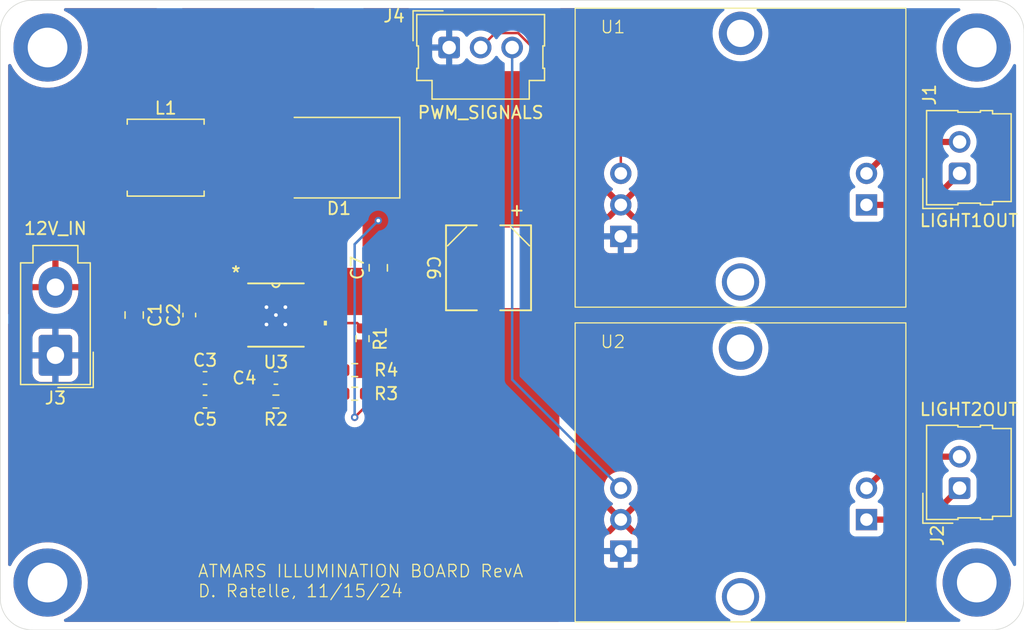
<source format=kicad_pcb>
(kicad_pcb (version 20240108) (generator "pcbnew") (generator_version "8.0")
  (layers (0 "F.Cu" signal) (31 "B.Cu" signal) (34 "B.Paste" user) (35 "F.Paste" user) (36 "B.SilkS" user "B.Silkscreen") (37 "F.SilkS" user "F.Silkscreen") (38 "B.Mask" user) (39 "F.Mask" user) (44 "Edge.Cuts" user))
  (net 0 "")
  (net 1 "GND")
  (net 2 "12V")
  (net 3 "15V")
  (net 4 "Net-(U3-SS)")
  (net 5 "Net-(U3-COMP)")
  (net 6 "Net-(D1-A)")
  (net 7 "L1_MINUS")
  (net 8 "L1_PLUS")
  (net 9 "L2_MINUS")
  (net 10 "L2_PLUS")
  (net 11 "L2_PWM")
  (net 12 "L1_PWM")
  (net 13 "Net-(U3-FB)")
  (net 14 "Net-(U3-FREQ)")
  (net 15 "Net-(C5-Pad1)")
  (footprint "MountingHole:MountingHole_3.2mm_M3_ISO14580_Pad" (layer "F.Cu") (at 29.21 29.21)
    (property "Reference" "REF**" (hide yes))
    (property "Value" "MountingHole_3.2mm_M3_ISO14580_Pad" (hide yes))
    (pad "1" thru_hole circle (at 0 0) (size 5.5 5.5) (drill 3.2) (layers "*.Cu" "*.Mask"))
  )
  (footprint "Diode_SMD:D_SMC" (layer "F.Cu") (at 52.705 38.1 180)
    (property "Reference" "D1" (at 0 -4.1 0) (layer "F.SilkS"))
    (property "Value" "550mV, 5A")
    (fp_line (start -4.91 3.25) (end 3.6 3.25) (stroke (width 0.12)) (layer "F.SilkS"))
    (fp_line (start -4.91 3.25) (end -4.91 -3.25) (stroke (width 0.12)) (layer "F.SilkS"))
    (fp_line (start -4.91 -3.25) (end 3.6 -3.25) (stroke (width 0.12)) (layer "F.SilkS"))
    (pad "1" smd roundrect (at -3.4 0 270) (size 3.3 2.5) (layers "F.Cu" "F.Paste" "F.Mask") (roundrect_rratio 0.1) (net 3 "15V"))
    (pad "2" smd roundrect (at 3.4 0 270) (size 3.3 2.5) (layers "F.Cu" "F.Paste" "F.Mask") (roundrect_rratio 0.1) (net 6 "Net-(D1-A)"))
  )
  (footprint "MountingHole:MountingHole_3.2mm_M3_ISO14580_Pad" (layer "F.Cu") (at 104.14 72.39)
    (property "Reference" "REF**" (hide yes))
    (property "Value" "MountingHole_3.2mm_M3_ISO14580_Pad" (hide yes))
    (pad "1" thru_hole circle (at 0 0) (size 5.5 5.5) (drill 3.2) (layers "*.Cu" "*.Mask"))
  )
  (footprint "ATMARS_ILLUMINATION:DWE_DRIVER" (layer "F.Cu") (at 85.09 63.5)
    (property "Reference" "U2" (at -10.287 -10.541 0) (layer "F.SilkS") (effects (font (thickness 0.1))))
    (property "Value" "~")
    (fp_rect (start -13.335 -12.065) (end 13.335 12.065) (stroke (width 0.1)) (fill none) (layer "F.SilkS"))
    (pad "" np_thru_hole circle (at 0 -10.033) (size 3.5 3.5) (drill 2.2) (layers "F&B.Cu" "*.Mask"))
    (pad "" np_thru_hole circle (at 0 10.033) (size 3 3) (drill 2.2) (layers "F&B.Cu" "*.Mask"))
    (pad "1" thru_hole rect (at -9.652 6.35) (size 1.716 1.716) (drill 1.016) (layers "*.Cu" "*.Mask") (net 1 "GND"))
    (pad "2" thru_hole circle (at -9.652 3.81) (size 1.716 1.716) (drill 1.016) (layers "*.Cu" "*.Mask") (net 3 "15V"))
    (pad "3" thru_hole circle (at -9.652 1.27) (size 1.716 1.716) (drill 1.016) (layers "*.Cu" "*.Mask") (net 11 "L2_PWM"))
    (pad "4" thru_hole circle (at 10.16 1.27) (size 1.716 1.716) (drill 1.016) (layers "*.Cu" "*.Mask") (net 10 "L2_PLUS"))
    (pad "5" thru_hole rect (at 10.16 3.81) (size 1.716 1.716) (drill 1.016) (layers "*.Cu" "*.Mask") (net 9 "L2_MINUS"))
  )
  (footprint "Capacitor_SMD:C_0805_2012Metric" (layer "F.Cu") (at 36.195 50.8 -90)
    (property "Reference" "C1" (at 0 -1.68 90) (layer "F.SilkS"))
    (property "Value" "10uF, 25V")
    (fp_line (start -0.261252 0.735) (end 0.261252 0.735) (stroke (width 0.12)) (layer "F.SilkS"))
    (fp_line (start -0.261252 -0.735) (end 0.261252 -0.735) (stroke (width 0.12)) (layer "F.SilkS"))
    (pad "1" smd roundrect (at -0.95 0 270) (size 1 1.45) (layers "F.Cu" "F.Paste" "F.Mask") (net 2 "12V"))
    (pad "2" smd roundrect (at 0.95 0 270) (size 1 1.45) (layers "F.Cu" "F.Paste" "F.Mask") (net 1 "GND"))
  )
  (footprint "Connector_Molex:Molex_SL_171971-0002_1x02_P2.54mm_Vertical" (layer "F.Cu") (at 102.755 64.77 90)
    (property "Reference" "J2" (at -3.81 -1.79 90) (layer "F.SilkS"))
    (property "Value" "LIGHT2OUT" (at 6.35 0.75 180) (layer "F.SilkS"))
    (fp_line (start -2.83 -2.96) (end -0.42 -2.96) (stroke (width 0.12)) (layer "F.SilkS"))
    (fp_line (start 5.07 -2.66) (end -2.53 -2.66) (stroke (width 0.12)) (layer "F.SilkS"))
    (fp_line (start -2.53 -2.66) (end -2.53 -0.13) (stroke (width 0.12)) (layer "F.SilkS"))
    (fp_line (start -2.83 -0.55) (end -2.83 -2.96) (stroke (width 0.12)) (layer "F.SilkS"))
    (fp_line (start 5.07 -0.13) (end 5.07 -2.66) (stroke (width 0.12)) (layer "F.SilkS"))
    (fp_line (start 4.94 -0.13) (end 5.07 -0.13) (stroke (width 0.12)) (layer "F.SilkS"))
    (fp_line (start -2.4 -0.13) (end -2.4 1.68) (stroke (width 0.12)) (layer "F.SilkS"))
    (fp_line (start -2.53 -0.13) (end -2.4 -0.13) (stroke (width 0.12)) (layer "F.SilkS"))
    (fp_line (start 5.07 1.68) (end 4.94 1.68) (stroke (width 0.12)) (layer "F.SilkS"))
    (fp_line (start 4.94 1.68) (end 4.94 -0.13) (stroke (width 0.12)) (layer "F.SilkS"))
    (fp_line (start -2.4 1.68) (end -2.53 1.68) (stroke (width 0.12)) (layer "F.SilkS"))
    (fp_line (start -2.53 1.68) (end -2.53 2.66) (stroke (width 0.12)) (layer "F.SilkS"))
    (fp_line (start 5.07 2.66) (end 5.07 1.68) (stroke (width 0.12)) (layer "F.SilkS"))
    (fp_line (start 4.81 2.66) (end 5.07 2.66) (stroke (width 0.12)) (layer "F.SilkS"))
    (fp_line (start -2.27 2.66) (end -2.27 4.16) (stroke (width 0.12)) (layer "F.SilkS"))
    (fp_line (start -2.53 2.66) (end -2.27 2.66) (stroke (width 0.12)) (layer "F.SilkS"))
    (fp_line (start 4.81 4.16) (end 4.81 2.66) (stroke (width 0.12)) (layer "F.SilkS"))
    (fp_line (start -2.27 4.16) (end 4.81 4.16) (stroke (width 0.12)) (layer "F.SilkS"))
    (pad "1" thru_hole roundrect (at 0 0 90) (size 1.74 1.74) (drill 1.09) (layers "*.Cu" "*.Mask") (roundrect_rratio 0.143678) (net 9 "L2_MINUS"))
    (pad "2" thru_hole circle (at 2.54 0 90) (size 1.74 1.74) (drill 1.09) (layers "*.Cu" "*.Mask") (net 10 "L2_PLUS"))
  )
  (footprint "Resistor_SMD:R_0603_1608Metric" (layer "F.Cu") (at 53.975 57.15)
    (property "Reference" "R3" (at 2.54 0 0) (layer "F.SilkS"))
    (property "Value" "113k")
    (fp_line (start -0.237258 -0.5225) (end 0.237258 -0.5225) (stroke (width 0.12)) (layer "F.SilkS"))
    (fp_line (start -0.237258 0.5225) (end 0.237258 0.5225) (stroke (width 0.12)) (layer "F.SilkS"))
    (pad "1" smd roundrect (at -0.825 0) (size 0.8 0.95) (layers "F.Cu" "F.Paste" "F.Mask") (net 13 "Net-(U3-FB)"))
    (pad "2" smd roundrect (at 0.825 0) (size 0.8 0.95) (layers "F.Cu" "F.Paste" "F.Mask") (net 3 "15V"))
  )
  (footprint "Capacitor_SMD:C_0603_1608Metric" (layer "F.Cu") (at 41.91 55.88)
    (property "Reference" "C3" (at 0 -1.43 0) (layer "F.SilkS"))
    (property "Value" "47nF")
    (fp_line (start -0.14058 -0.51) (end 0.14058 -0.51) (stroke (width 0.12)) (layer "F.SilkS"))
    (fp_line (start -0.14058 0.51) (end 0.14058 0.51) (stroke (width 0.12)) (layer "F.SilkS"))
    (pad "1" smd roundrect (at -0.775 0) (size 0.9 0.95) (layers "F.Cu" "F.Paste" "F.Mask") (net 1 "GND"))
    (pad "2" smd roundrect (at 0.775 0) (size 0.9 0.95) (layers "F.Cu" "F.Paste" "F.Mask") (net 4 "Net-(U3-SS)"))
  )
  (footprint "MountingHole:MountingHole_3.2mm_M3_ISO14580_Pad" (layer "F.Cu") (at 104.14 29.21)
    (property "Reference" "REF**" (hide yes))
    (property "Value" "MountingHole_3.2mm_M3_ISO14580_Pad" (hide yes))
    (pad "1" thru_hole circle (at 0 0) (size 5.5 5.5) (drill 3.2) (layers "*.Cu" "*.Mask"))
  )
  (footprint "Capacitor_SMD:C_0603_1608Metric" (layer "F.Cu") (at 47.625 55.88 180)
    (property "Reference" "C4" (at 2.54 0 0) (layer "F.SilkS"))
    (property "Value" "1.5nF")
    (fp_line (start -0.14058 0.51) (end 0.14058 0.51) (stroke (width 0.12)) (layer "F.SilkS"))
    (fp_line (start -0.14058 -0.51) (end 0.14058 -0.51) (stroke (width 0.12)) (layer "F.SilkS"))
    (pad "1" smd roundrect (at -0.775 0 180) (size 0.9 0.95) (layers "F.Cu" "F.Paste" "F.Mask") (net 5 "Net-(U3-COMP)"))
    (pad "2" smd roundrect (at 0.775 0 180) (size 0.9 0.95) (layers "F.Cu" "F.Paste" "F.Mask") (net 1 "GND"))
  )
  (footprint "Capacitor_SMD:C_0603_1608Metric" (layer "F.Cu") (at 40.64 50.8 -90)
    (property "Reference" "C2" (at 0 1.27 90) (layer "F.SilkS"))
    (property "Value" "100nF, 25V")
    (fp_line (start -0.14058 0.51) (end 0.14058 0.51) (stroke (width 0.12)) (layer "F.SilkS"))
    (fp_line (start -0.14058 -0.51) (end 0.14058 -0.51) (stroke (width 0.12)) (layer "F.SilkS"))
    (pad "1" smd roundrect (at -0.775 0 270) (size 0.9 0.95) (layers "F.Cu" "F.Paste" "F.Mask") (net 2 "12V"))
    (pad "2" smd roundrect (at 0.775 0 270) (size 0.9 0.95) (layers "F.Cu" "F.Paste" "F.Mask") (net 1 "GND"))
  )
  (footprint "Resistor_SMD:R_0603_1608Metric" (layer "F.Cu") (at 53.975 55.245 180)
    (property "Reference" "R4" (at -2.54 0 0) (layer "F.SilkS"))
    (property "Value" "10k")
    (fp_line (start -0.237258 0.5225) (end 0.237258 0.5225) (stroke (width 0.12)) (layer "F.SilkS"))
    (fp_line (start -0.237258 -0.5225) (end 0.237258 -0.5225) (stroke (width 0.12)) (layer "F.SilkS"))
    (pad "1" smd roundrect (at -0.825 0 180) (size 0.8 0.95) (layers "F.Cu" "F.Paste" "F.Mask") (net 1 "GND"))
    (pad "2" smd roundrect (at 0.825 0 180) (size 0.8 0.95) (layers "F.Cu" "F.Paste" "F.Mask") (net 13 "Net-(U3-FB)"))
  )
  (footprint "Connector_Molex:Molex_Mini-Fit_Jr_5566-02A_2x01_P4.20mm_Vertical" (layer "F.Cu") (at 29.845 54.05 180)
    (property "Reference" "J3" (at 0 -3.45 0) (layer "F.SilkS"))
    (property "Value" "12V_IN" (at 0 10.235 0) (layer "F.SilkS"))
    (fp_line (start 2.81 7.46) (end 1.81 7.46) (stroke (width 0.12)) (layer "F.SilkS"))
    (fp_line (start 2.81 -2.36) (end 2.81 7.46) (stroke (width 0.12)) (layer "F.SilkS"))
    (fp_line (start 1.81 8.86) (end 0 8.86) (stroke (width 0.12)) (layer "F.SilkS"))
    (fp_line (start 1.81 7.46) (end 1.81 8.86) (stroke (width 0.12)) (layer "F.SilkS"))
    (fp_line (start 0 -2.36) (end 2.81 -2.36) (stroke (width 0.12)) (layer "F.SilkS"))
    (fp_line (start 0 -2.36) (end -2.81 -2.36) (stroke (width 0.12)) (layer "F.SilkS"))
    (fp_line (start -0.2 -2.6) (end -3.05 -2.6) (stroke (width 0.12)) (layer "F.SilkS"))
    (fp_line (start -1.81 8.86) (end 0 8.86) (stroke (width 0.12)) (layer "F.SilkS"))
    (fp_line (start -1.81 7.46) (end -1.81 8.86) (stroke (width 0.12)) (layer "F.SilkS"))
    (fp_line (start -2.81 7.46) (end -1.81 7.46) (stroke (width 0.12)) (layer "F.SilkS"))
    (fp_line (start -2.81 -2.36) (end -2.81 7.46) (stroke (width 0.12)) (layer "F.SilkS"))
    (fp_line (start -3.05 -2.6) (end -3.05 0.25) (stroke (width 0.12)) (layer "F.SilkS"))
    (pad "1" thru_hole roundrect (at 0 0 180) (size 2.7 3.3) (drill 1.4) (layers "*.Cu" "*.Mask") (roundrect_rratio 0.092593) (net 1 "GND"))
    (pad "2" thru_hole oval (at 0 5.5 180) (size 2.7 3.3) (drill 1.4) (layers "*.Cu" "*.Mask") (net 2 "12V"))
  )
  (footprint "Inductor_SMD:L_TDK_VLS6045EX_VLS6045AF" (layer "F.Cu") (at 38.735 38.1)
    (property "Reference" "L1" (at 0 -4 0) (layer "F.SilkS"))
    (property "Value" "3.3uH")
    (fp_line (start -3.1 -3.1) (end -3.1 -2.7) (stroke (width 0.12)) (layer "F.SilkS"))
    (fp_line (start -3.1 -3.1) (end 3.1 -3.1) (stroke (width 0.12)) (layer "F.SilkS"))
    (fp_line (start -3.1 3.1) (end -3.1 2.7) (stroke (width 0.12)) (layer "F.SilkS"))
    (fp_line (start -3.1 3.1) (end 3.1 3.1) (stroke (width 0.12)) (layer "F.SilkS"))
    (fp_line (start 3.1 -3.1) (end 3.1 -2.7) (stroke (width 0.12)) (layer "F.SilkS"))
    (fp_line (start 3.1 3.1) (end 3.1 2.7) (stroke (width 0.12)) (layer "F.SilkS"))
    (pad "1" smd roundrect (at -2.1 0) (size 1.9 5.1) (layers "F.Cu" "F.Paste" "F.Mask") (net 2 "12V"))
    (pad "2" smd roundrect (at 2.1 0) (size 1.9 5.1) (layers "F.Cu" "F.Paste" "F.Mask") (net 6 "Net-(D1-A)"))
  )
  (footprint "Resistor_SMD:R_0603_1608Metric" (layer "F.Cu") (at 54.61 52.705 -90)
    (property "Reference" "R1" (at 0 -1.43 90) (layer "F.SilkS"))
    (property "Value" "60.4k")
    (fp_line (start -0.237258 0.5225) (end 0.237258 0.5225) (stroke (width 0.12)) (layer "F.SilkS"))
    (fp_line (start -0.237258 -0.5225) (end 0.237258 -0.5225) (stroke (width 0.12)) (layer "F.SilkS"))
    (pad "1" smd roundrect (at -0.825 0 270) (size 0.8 0.95) (layers "F.Cu" "F.Paste" "F.Mask") (net 14 "Net-(U3-FREQ)"))
    (pad "2" smd roundrect (at 0.825 0 270) (size 0.8 0.95) (layers "F.Cu" "F.Paste" "F.Mask") (net 1 "GND"))
  )
  (footprint "MountingHole:MountingHole_3.2mm_M3_ISO14580_Pad" (layer "F.Cu") (at 29.21 72.39)
    (property "Reference" "REF**" (hide yes))
    (property "Value" "MountingHole_3.2mm_M3_ISO14580_Pad" (hide yes))
    (pad "1" thru_hole circle (at 0 0) (size 5.5 5.5) (drill 3.2) (layers "*.Cu" "*.Mask"))
  )
  (footprint "Capacitor_SMD:C_0805_2012Metric" (layer "F.Cu") (at 55.88 46.99 90)
    (property "Reference" "C7" (at 0 -1.68 90) (layer "F.SilkS"))
    (property "Value" "1uF, 35V")
    (fp_line (start -0.261252 -0.735) (end 0.261252 -0.735) (stroke (width 0.12)) (layer "F.SilkS"))
    (fp_line (start -0.261252 0.735) (end 0.261252 0.735) (stroke (width 0.12)) (layer "F.SilkS"))
    (pad "1" smd roundrect (at -0.95 0 90) (size 1 1.45) (layers "F.Cu" "F.Paste" "F.Mask") (net 1 "GND"))
    (pad "2" smd roundrect (at 0.95 0 90) (size 1 1.45) (layers "F.Cu" "F.Paste" "F.Mask") (net 3 "15V"))
  )
  (footprint "Capacitor_SMD:C_0603_1608Metric" (layer "F.Cu") (at 41.91 57.785 180)
    (property "Reference" "C5" (at 0 -1.43 0) (layer "F.SilkS"))
    (property "Value" "15nF")
    (fp_line (start -0.14058 0.51) (end 0.14058 0.51) (stroke (width 0.12)) (layer "F.SilkS"))
    (fp_line (start -0.14058 -0.51) (end 0.14058 -0.51) (stroke (width 0.12)) (layer "F.SilkS"))
    (pad "1" smd roundrect (at -0.775 0 180) (size 0.9 0.95) (layers "F.Cu" "F.Paste" "F.Mask") (net 15 "Net-(C5-Pad1)"))
    (pad "2" smd roundrect (at 0.775 0 180) (size 0.9 0.95) (layers "F.Cu" "F.Paste" "F.Mask") (net 1 "GND"))
  )
  (footprint "Connector_Molex:Molex_SL_171971-0002_1x02_P2.54mm_Vertical" (layer "F.Cu") (at 102.755 39.37 90)
    (property "Reference" "J1" (at 6.35 -2.425 90) (layer "F.SilkS"))
    (property "Value" "LIGHT1OUT" (at -3.81 0.75 180) (layer "F.SilkS"))
    (fp_line (start -2.83 -2.96) (end -0.42 -2.96) (stroke (width 0.12)) (layer "F.SilkS"))
    (fp_line (start 5.07 -2.66) (end -2.53 -2.66) (stroke (width 0.12)) (layer "F.SilkS"))
    (fp_line (start -2.53 -2.66) (end -2.53 -0.13) (stroke (width 0.12)) (layer "F.SilkS"))
    (fp_line (start -2.83 -0.55) (end -2.83 -2.96) (stroke (width 0.12)) (layer "F.SilkS"))
    (fp_line (start 5.07 -0.13) (end 5.07 -2.66) (stroke (width 0.12)) (layer "F.SilkS"))
    (fp_line (start 4.94 -0.13) (end 5.07 -0.13) (stroke (width 0.12)) (layer "F.SilkS"))
    (fp_line (start -2.4 -0.13) (end -2.4 1.68) (stroke (width 0.12)) (layer "F.SilkS"))
    (fp_line (start -2.53 -0.13) (end -2.4 -0.13) (stroke (width 0.12)) (layer "F.SilkS"))
    (fp_line (start 5.07 1.68) (end 4.94 1.68) (stroke (width 0.12)) (layer "F.SilkS"))
    (fp_line (start 4.94 1.68) (end 4.94 -0.13) (stroke (width 0.12)) (layer "F.SilkS"))
    (fp_line (start -2.4 1.68) (end -2.53 1.68) (stroke (width 0.12)) (layer "F.SilkS"))
    (fp_line (start -2.53 1.68) (end -2.53 2.66) (stroke (width 0.12)) (layer "F.SilkS"))
    (fp_line (start 5.07 2.66) (end 5.07 1.68) (stroke (width 0.12)) (layer "F.SilkS"))
    (fp_line (start 4.81 2.66) (end 5.07 2.66) (stroke (width 0.12)) (layer "F.SilkS"))
    (fp_line (start -2.27 2.66) (end -2.27 4.16) (stroke (width 0.12)) (layer "F.SilkS"))
    (fp_line (start -2.53 2.66) (end -2.27 2.66) (stroke (width 0.12)) (layer "F.SilkS"))
    (fp_line (start 4.81 4.16) (end 4.81 2.66) (stroke (width 0.12)) (layer "F.SilkS"))
    (fp_line (start -2.27 4.16) (end 4.81 4.16) (stroke (width 0.12)) (layer "F.SilkS"))
    (pad "1" thru_hole roundrect (at 0 0 90) (size 1.74 1.74) (drill 1.09) (layers "*.Cu" "*.Mask") (roundrect_rratio 0.143678) (net 7 "L1_MINUS"))
    (pad "2" thru_hole circle (at 2.54 0 90) (size 1.74 1.74) (drill 1.09) (layers "*.Cu" "*.Mask") (net 8 "L1_PLUS"))
  )
  (footprint "Connector_Molex:Molex_SL_171971-0003_1x03_P2.54mm_Vertical" (layer "F.Cu") (at 61.595 29.21)
    (property "Reference" "J4" (at -4.445 -2.54 0) (layer "F.SilkS"))
    (property "Value" "PWM_SIGNALS" (at 2.54 5.25 0) (layer "F.SilkS"))
    (fp_line (start -2.91 -2.96) (end -0.5 -2.96) (stroke (width 0.12)) (layer "F.SilkS"))
    (fp_line (start -2.91 -0.55) (end -2.91 -2.96) (stroke (width 0.12)) (layer "F.SilkS"))
    (fp_line (start -2.61 -2.66) (end -2.61 -0.13) (stroke (width 0.12)) (layer "F.SilkS"))
    (fp_line (start -2.61 -0.13) (end -2.48 -0.13) (stroke (width 0.12)) (layer "F.SilkS"))
    (fp_line (start -2.61 1.68) (end -2.61 2.66) (stroke (width 0.12)) (layer "F.SilkS"))
    (fp_line (start -2.61 2.66) (end -1.38 2.66) (stroke (width 0.12)) (layer "F.SilkS"))
    (fp_line (start -2.48 -0.13) (end -2.48 1.68) (stroke (width 0.12)) (layer "F.SilkS"))
    (fp_line (start -2.48 1.68) (end -2.61 1.68) (stroke (width 0.12)) (layer "F.SilkS"))
    (fp_line (start -1.38 2.66) (end -1.38 4.16) (stroke (width 0.12)) (layer "F.SilkS"))
    (fp_line (start -1.38 4.16) (end 6.46 4.16) (stroke (width 0.12)) (layer "F.SilkS"))
    (fp_line (start 6.46 2.66) (end 7.69 2.66) (stroke (width 0.12)) (layer "F.SilkS"))
    (fp_line (start 6.46 4.16) (end 6.46 2.66) (stroke (width 0.12)) (layer "F.SilkS"))
    (fp_line (start 7.56 -0.13) (end 7.69 -0.13) (stroke (width 0.12)) (layer "F.SilkS"))
    (fp_line (start 7.56 1.68) (end 7.56 -0.13) (stroke (width 0.12)) (layer "F.SilkS"))
    (fp_line (start 7.69 -2.66) (end -2.61 -2.66) (stroke (width 0.12)) (layer "F.SilkS"))
    (fp_line (start 7.69 -0.13) (end 7.69 -2.66) (stroke (width 0.12)) (layer "F.SilkS"))
    (fp_line (start 7.69 1.68) (end 7.56 1.68) (stroke (width 0.12)) (layer "F.SilkS"))
    (fp_line (start 7.69 2.66) (end 7.69 1.68) (stroke (width 0.12)) (layer "F.SilkS"))
    (pad "1" thru_hole roundrect (at 0 0) (size 1.74 1.74) (drill 1.09) (layers "*.Cu" "*.Mask") (roundrect_rratio 0.143678) (net 1 "GND"))
    (pad "2" thru_hole circle (at 2.54 0) (size 1.74 1.74) (drill 1.09) (layers "*.Cu" "*.Mask") (net 12 "L1_PWM"))
    (pad "3" thru_hole circle (at 5.08 0) (size 1.74 1.74) (drill 1.09) (layers "*.Cu" "*.Mask") (net 11 "L2_PWM"))
  )
  (footprint "ATMARS_ILLUMINATION:DWE_DRIVER" (layer "F.Cu") (at 85.09 38.1)
    (property "Reference" "U1" (at -10.287 -10.541 0) (layer "F.SilkS") (effects (font (thickness 0.1))))
    (property "Value" "~")
    (fp_rect (start -13.335 -12.065) (end 13.335 12.065) (stroke (width 0.1)) (fill none) (layer "F.SilkS"))
    (pad "" np_thru_hole circle (at 0 -10.033) (size 3.5 3.5) (drill 2.2) (layers "F&B.Cu" "*.Mask"))
    (pad "" np_thru_hole circle (at 0 10.033) (size 3 3) (drill 2.2) (layers "F&B.Cu" "*.Mask"))
    (pad "1" thru_hole rect (at -9.652 6.35) (size 1.716 1.716) (drill 1.016) (layers "*.Cu" "*.Mask") (net 1 "GND"))
    (pad "2" thru_hole circle (at -9.652 3.81) (size 1.716 1.716) (drill 1.016) (layers "*.Cu" "*.Mask") (net 3 "15V"))
    (pad "3" thru_hole circle (at -9.652 1.27) (size 1.716 1.716) (drill 1.016) (layers "*.Cu" "*.Mask") (net 12 "L1_PWM"))
    (pad "4" thru_hole circle (at 10.16 1.27) (size 1.716 1.716) (drill 1.016) (layers "*.Cu" "*.Mask") (net 8 "L1_PLUS"))
    (pad "5" thru_hole rect (at 10.16 3.81) (size 1.716 1.716) (drill 1.016) (layers "*.Cu" "*.Mask") (net 7 "L1_MINUS"))
  )
  (footprint "ATMARS_ILLUMINATION:PWP14" (layer "F.Cu") (at 47.625 50.8)
    (property "Reference" "U3" (at 0 3.81 0) (layer "F.SilkS"))
    (property "Value" "TPS55340PWPR")
    (fp_line (start -2.2479 2.5527) (end 2.2479 2.5527) (stroke (width 0.1524)) (layer "F.SilkS"))
    (fp_line (start 2.2479 -2.5527) (end -2.2479 -2.5527) (stroke (width 0.1524)) (layer "F.SilkS"))
    (fp_arc (start 0.3048 -2.5527) (mid 0 -2.2479) (end -0.3048 -2.5527) (stroke (width 0.1524)) (layer "F.SilkS"))
    (fp_poly (pts (xy 4.1148 0.459511) (xy 4.1148 0.840511) (xy 3.8608 0.840511) (xy 3.8608 0.459511)) (fill solid) (layer "F.SilkS"))
    (fp_text user "*" (at -3.2258 -3.397834 0) (layer "F.SilkS"))
    (pad "1" smd rect (at -2.9718 -1.950034) (size 1.27 0.3048) (layers "F.Cu" "F.Paste" "F.Mask") (net 6 "Net-(D1-A)"))
    (pad "2" smd rect (at -2.9718 -1.300023) (size 1.27 0.3048) (layers "F.Cu" "F.Paste" "F.Mask") (net 6 "Net-(D1-A)"))
    (pad "3" smd rect (at -2.9718 -0.650011) (size 1.27 0.3048) (layers "F.Cu" "F.Paste" "F.Mask") (net 2 "12V"))
    (pad "4" smd rect (at -2.9718 0) (size 1.27 0.3048) (layers "F.Cu" "F.Paste" "F.Mask") (net 2 "12V"))
    (pad "5" smd rect (at -2.9718 0.650011) (size 1.27 0.3048) (layers "F.Cu" "F.Paste" "F.Mask") (net 4 "Net-(U3-SS)"))
    (pad "6" smd rect (at -2.9718 1.300023) (size 1.27 0.3048) (layers "F.Cu" "F.Paste" "F.Mask") (net 1 "GND"))
    (pad "7" smd rect (at -2.9718 1.950034) (size 1.27 0.3048) (layers "F.Cu" "F.Paste" "F.Mask") (net 1 "GND"))
    (pad "8" smd rect (at 2.9718 1.950034) (size 1.27 0.3048) (layers "F.Cu" "F.Paste" "F.Mask") (net 5 "Net-(U3-COMP)"))
    (pad "9" smd rect (at 2.9718 1.300023) (size 1.27 0.3048) (layers "F.Cu" "F.Paste" "F.Mask") (net 13 "Net-(U3-FB)"))
    (pad "10" smd rect (at 2.9718 0.650011) (size 1.27 0.3048) (layers "F.Cu" "F.Paste" "F.Mask") (net 14 "Net-(U3-FREQ)"))
    (pad "11" smd rect (at 2.9718 0) (size 1.27 0.3048) (layers "F.Cu" "F.Paste" "F.Mask") (net 1 "GND"))
    (pad "12" smd rect (at 2.9718 -0.650011) (size 1.27 0.3048) (layers "F.Cu" "F.Paste" "F.Mask") (net 1 "GND"))
    (pad "13" smd rect (at 2.9718 -1.300023) (size 1.27 0.3048) (layers "F.Cu" "F.Paste" "F.Mask") (net 1 "GND"))
    (pad "14" smd rect (at 2.9718 -1.950034) (size 1.27 0.3048) (layers "F.Cu" "F.Paste" "F.Mask") (net 1 "GND"))
    (pad "15" smd rect (at 0 0) (size 2.46 2.31) (layers "F.Cu" "F.Paste" "F.Mask") (net 1 "GND"))
  )
  (footprint "ATMARS_ILLUMINATION:CAP_PC_6P3X8_NCH" (layer "F.Cu") (at 64.77 46.99 -90)
    (property "Reference" "C6" (at 0 4.445 -90) (layer "F.SilkS"))
    (property "Value" "27uF")
    (fp_line (start -3.429 3.429) (end 3.429 3.429) (stroke (width 0.1524)) (layer "F.SilkS"))
    (fp_line (start 3.429 3.429) (end 3.429 0.94234) (stroke (width 0.1524)) (layer "F.SilkS"))
    (fp_line (start -3.302 1.778) (end -1.778 3.302) (stroke (width 0.12)) (layer "F.SilkS"))
    (fp_line (start -3.429 0.94234) (end -3.429 3.429) (stroke (width 0.1524)) (layer "F.SilkS"))
    (fp_line (start 3.429 -0.94234) (end 3.429 -3.429) (stroke (width 0.1524)) (layer "F.SilkS"))
    (fp_line (start -3.302 -1.778) (end -1.778 -3.302) (stroke (width 0.12)) (layer "F.SilkS"))
    (fp_line (start -3.429 -3.429) (end -3.429 -0.94234) (stroke (width 0.1524)) (layer "F.SilkS"))
    (fp_line (start 3.429 -3.429) (end -3.429 -3.429) (stroke (width 0.1524)) (layer "F.SilkS"))
    (fp_text user "+" (at -5.334 -1.778 -90) (layer "F.SilkS") (effects (justify left bottom)))
    (pad "1" smd rect (at -2.7051 0 270) (size 3.0988 1.2192) (layers "F.Cu" "F.Paste" "F.Mask") (net 3 "15V"))
    (pad "2" smd rect (at 2.7051 0 270) (size 3.0988 1.2192) (layers "F.Cu" "F.Paste" "F.Mask") (net 1 "GND"))
    (zone (net 0) (net_name "") (layer "F.Cu") (connect_pads (clearance 0)) (min_thickness 0.254)
      (keepout (tracks not_allowed) (vias not_allowed) (pads allowed) (copperpour not_allowed) (footprints allowed))
      (fill (thermal_gap 0.508) (thermal_bridge_width 0.508))
      (polygon (pts (xy 64.1096 43.7388) (xy 64.1096 50.2412) (xy 61.5188 50.2412) (xy 61.5188 43.7388)))
    )
    (zone (net 0) (net_name "") (layer "F.Cu") (connect_pads (clearance 0)) (min_thickness 0.254)
      (keepout (tracks not_allowed) (vias not_allowed) (pads allowed) (copperpour not_allowed) (footprints allowed))
      (fill (thermal_gap 0.508) (thermal_bridge_width 0.508))
      (polygon (pts (xy 65.4304 45.8851) (xy 65.4304 48.0949) (xy 64.1096 48.0949) (xy 64.1096 45.8851)))
    )
    (zone (net 0) (net_name "") (layer "F.Cu") (connect_pads (clearance 0)) (min_thickness 0.254)
      (keepout (tracks not_allowed) (vias not_allowed) (pads allowed) (copperpour not_allowed) (footprints allowed))
      (fill (thermal_gap 0.508) (thermal_bridge_width 0.508))
      (polygon (pts (xy 68.0212 43.7388) (xy 68.0212 50.2412) (xy 65.4304 50.2412) (xy 65.4304 43.7388)))
    )
  )
  (footprint "Resistor_SMD:R_0603_1608Metric" (layer "F.Cu") (at 47.625 57.785 180)
    (property "Reference" "R2" (at 0 -1.43 0) (layer "F.SilkS"))
    (property "Value" "2k")
    (fp_line (start -0.237258 0.5225) (end 0.237258 0.5225) (stroke (width 0.12)) (layer "F.SilkS"))
    (fp_line (start -0.237258 -0.5225) (end 0.237258 -0.5225) (stroke (width 0.12)) (layer "F.SilkS"))
    (pad "1" smd roundrect (at -0.825 0 180) (size 0.8 0.95) (layers "F.Cu" "F.Paste" "F.Mask") (net 5 "Net-(U3-COMP)"))
    (pad "2" smd roundrect (at 0.825 0 180) (size 0.8 0.95) (layers "F.Cu" "F.Paste" "F.Mask") (net 15 "Net-(C5-Pad1)"))
  )
  (gr_line (start 107.95 73.66) (end 107.95 27.94) (stroke (width 0.05)) (layer "Edge.Cuts"))
  (gr_line (start 25.4 27.94) (end 25.4 73.66) (stroke (width 0.05)) (layer "Edge.Cuts"))
  (gr_arc (start 105.41 25.4) (mid 107.206051 26.143949) (end 107.95 27.94) (stroke (width 0.05)) (layer "Edge.Cuts"))
  (gr_arc (start 27.94 76.2) (mid 26.143949 75.456051) (end 25.4 73.66) (stroke (width 0.05)) (layer "Edge.Cuts"))
  (gr_line (start 105.41 25.4) (end 27.94 25.4) (stroke (width 0.05)) (layer "Edge.Cuts"))
  (gr_arc (start 107.95 73.66) (mid 107.206051 75.456051) (end 105.41 76.2) (stroke (width 0.05)) (layer "Edge.Cuts"))
  (gr_line (start 27.94 76.2) (end 105.41 76.2) (stroke (width 0.05)) (layer "Edge.Cuts"))
  (gr_arc (start 25.4 27.94) (mid 26.143949 26.143949) (end 27.94 25.4) (stroke (width 0.05)) (layer "Edge.Cuts"))
  (gr_text "ATMARS ILLUMINATION BOARD RevA\nD. Ratelle, 11/15/24" (at 41.275 73.66 0) (layer "F.SilkS") (effects (font (size 1 1) (thickness 0.1)) (justify left bottom)))
  (segment (start 46.85 54.946834) (end 44.6532 52.750034) (width 0.2) (layer "F.Cu") (net 1))
  (segment (start 44.6532 52.750034) (end 44.6532 52.100023) (width 0.2) (layer "F.Cu") (net 1))
  (segment (start 46.85 55.88) (end 46.85 54.946834) (width 0.2) (layer "F.Cu") (net 1))
  (via (at 46.863 50.165) (size 0.6) (drill 0.3) (layers "F.Cu" "B.Cu") (net 1))
  (via (at 47.625 50.8) (size 0.6) (drill 0.3) (layers "F.Cu" "B.Cu") (net 1))
  (via (at 46.863 51.562) (size 0.6) (drill 0.3) (layers "F.Cu" "B.Cu") (net 1))
  (via (at 48.387 51.562) (size 0.6) (drill 0.3) (layers "F.Cu" "B.Cu") (net 1))
  (via (at 48.387 50.165) (size 0.6) (drill 0.3) (layers "F.Cu" "B.Cu") (net 1))
  (segment (start 54.8 57.15) (end 54.8 58.23) (width 0.2) (layer "F.Cu") (net 3))
  (segment (start 54.8 58.23) (end 53.975 59.055) (width 0.2) (layer "F.Cu") (net 3))
  (via (at 53.975 59.055) (size 0.6) (drill 0.3) (layers "F.Cu" "B.Cu") (net 3))
  (via (at 55.88 43.18) (size 0.6) (drill 0.3) (layers "F.Cu" "B.Cu") (net 3))
  (segment (start 53.975 45.085) (end 55.88 43.18) (width 0.2) (layer "B.Cu") (net 3))
  (segment (start 53.975 59.055) (end 53.975 45.085) (width 0.2) (layer "B.Cu") (net 3))
  (segment (start 44.6532 51.450011) (end 43.8182 51.450011) (width 0.2) (layer "F.Cu") (net 4))
  (segment (start 43.8182 51.450011) (end 42.685 52.583211) (width 0.2) (layer "F.Cu") (net 4))
  (segment (start 42.685 52.583211) (end 42.685 55.88) (width 0.2) (layer "F.Cu") (net 4))
  (segment (start 48.4 55.88) (end 48.4 54.946834) (width 0.2) (layer "F.Cu") (net 5))
  (segment (start 48.4 54.946834) (end 50.5968 52.750034) (width 0.2) (layer "F.Cu") (net 5))
  (segment (start 48.45 57.785) (end 48.45 55.93) (width 0.2) (layer "F.Cu") (net 5))
  (segment (start 48.45 55.93) (end 48.4 55.88) (width 0.2) (layer "F.Cu") (net 5))
  (segment (start 100.215 41.91) (end 102.755 39.37) (width 0.5) (layer "F.Cu") (net 7))
  (segment (start 95.25 41.91) (end 100.215 41.91) (width 0.5) (layer "F.Cu") (net 7))
  (segment (start 95.25 39.37) (end 97.79 36.83) (width 0.5) (layer "F.Cu") (net 8))
  (segment (start 97.79 36.83) (end 102.755 36.83) (width 0.5) (layer "F.Cu") (net 8))
  (segment (start 95.25 67.31) (end 100.215 67.31) (width 0.5) (layer "F.Cu") (net 9))
  (segment (start 100.215 67.31) (end 102.755 64.77) (width 0.5) (layer "F.Cu") (net 9))
  (segment (start 95.25 64.77) (end 97.79 62.23) (width 0.5) (layer "F.Cu") (net 10))
  (segment (start 97.79 62.23) (end 102.755 62.23) (width 0.5) (layer "F.Cu") (net 10))
  (segment (start 66.675 56.007) (end 75.438 64.77) (width 0.2) (layer "B.Cu") (net 11))
  (segment (start 66.675 29.21) (end 66.675 56.007) (width 0.2) (layer "B.Cu") (net 11))
  (segment (start 67.15963 28.04) (end 75.438 36.31837) (width 0.2) (layer "F.Cu") (net 12))
  (segment (start 65.305 28.04) (end 67.15963 28.04) (width 0.2) (layer "F.Cu") (net 12))
  (segment (start 75.438 36.31837) (end 75.438 39.37) (width 0.2) (layer "F.Cu") (net 12))
  (segment (start 64.135 29.21) (end 65.305 28.04) (width 0.2) (layer "F.Cu") (net 12))
  (segment (start 51.4318 52.100023) (end 53.15 53.818223) (width 0.2) (layer "F.Cu") (net 13))
  (segment (start 53.15 53.818223) (end 53.15 55.245) (width 0.2) (layer "F.Cu") (net 13))
  (segment (start 50.5968 52.100023) (end 51.4318 52.100023) (width 0.2) (layer "F.Cu") (net 13))
  (segment (start 53.15 55.245) (end 53.15 57.15) (width 0.2) (layer "F.Cu") (net 13))
  (segment (start 54.180011 51.450011) (end 54.61 51.88) (width 0.2) (layer "F.Cu") (net 14))
  (segment (start 50.5968 51.450011) (end 54.180011 51.450011) (width 0.2) (layer "F.Cu") (net 14))
  (segment (start 42.685 57.785) (end 46.8 57.785) (width 0.2) (layer "F.Cu") (net 15))
  (zone (net 6) (net_name "Net-(D1-A)") (layer "F.Cu") (priority 1) (connect_pads thru_hole_only (clearance 0.5)) (min_thickness 0.25) (fill yes (thermal_gap 0.5) (thermal_bridge_width 0.5))
    (polygon (pts (xy 40.005 26.035) (xy 40.005 46.355) (xy 42.545 46.355) (xy 42.545 49.53) (xy 45.72 49.53) (xy 45.72 46.355) (xy 50.8 46.355) (xy 50.8 26.035)))
  )
  (zone (net 2) (net_name "12V") (layer "F.Cu") (priority 1) (connect_pads thru_hole_only (clearance 0.5)) (min_thickness 0.25) (fill yes (thermal_gap 0.5) (thermal_bridge_width 0.5))
    (polygon (pts (xy 26.035 27.94) (xy 26.035 50.8) (xy 45.72 50.8) (xy 45.72 49.53) (xy 41.91 49.53) (xy 41.91 46.99) (xy 38.1 46.99) (xy 38.1 26.035) (xy 27.94 26.035)))
  )
  (zone (net 3) (net_name "15V") (layer "F.Cu") (connect_pads thru_hole_only (clearance 0.5)) (min_thickness 0.25) (fill yes (thermal_gap 0.5) (thermal_bridge_width 0.5))
    (polygon (pts (xy 58.42 31.115) (xy 70.485 31.115) (xy 70.485 26.035) (xy 81.915 26.035) (xy 81.915 75.565) (xy 71.755 75.565) (xy 71.755 46.355) (xy 70.485 46.355) (xy 54.61 46.355) (xy 54.61 26.035) (xy 58.42 26.035)))
  )
  (zone (net 1) (net_name "GND") (layer "F.Cu") (priority 1) (connect_pads thru_hole_only (clearance 0.5)) (min_thickness 0.25) (fill yes (thermal_gap 0.5) (thermal_bridge_width 0.5))
    (polygon (pts (xy 70.485 75.565) (xy 41.91 75.565) (xy 29.845 75.565) (xy 26.035 73.025) (xy 26.035 51.435) (xy 41.91 51.435) (xy 41.91 60.325) (xy 57.15 60.325) (xy 57.15 55.88) (xy 53.975 55.88) (xy 53.975 52.705) (xy 55.88 52.705) (xy 55.88 50.8) (xy 52.705 50.8) (xy 52.705 51.054) (xy 49.149 51.054) (xy 49.149 53.086) (xy 43.942 53.086) (xy 43.942 51.816) (xy 46.101 51.816) (xy 46.101 46.99) (xy 52.705 46.99) (xy 70.485 46.99)))
  )
  (zone (net 1) (net_name "GND") (layer "B.Cu") (priority 2) (connect_pads thru_hole_only (clearance 0.5)) (min_thickness 0.25) (fill yes (thermal_gap 0.5) (thermal_bridge_width 0.5))
    (polygon (pts (xy 26.035 27.94) (xy 26.035 73.025) (xy 29.845 75.565) (xy 104.14 75.565) (xy 107.315 72.39) (xy 107.315 29.21) (xy 104.14 26.035) (xy 29.21 26.035)))
  )
)
</source>
